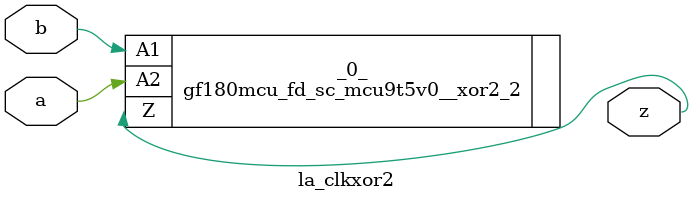
<source format=v>
/* Generated by Yosys 0.37 (git sha1 a5c7f69ed, clang 14.0.0-1ubuntu1.1 -fPIC -Os) */

module la_clkxor2(a, b, z);
  input a;
  wire a;
  input b;
  wire b;
  output z;
  wire z;
  gf180mcu_fd_sc_mcu9t5v0__xor2_2 _0_ (
    .A1(b),
    .A2(a),
    .Z(z)
  );
endmodule

</source>
